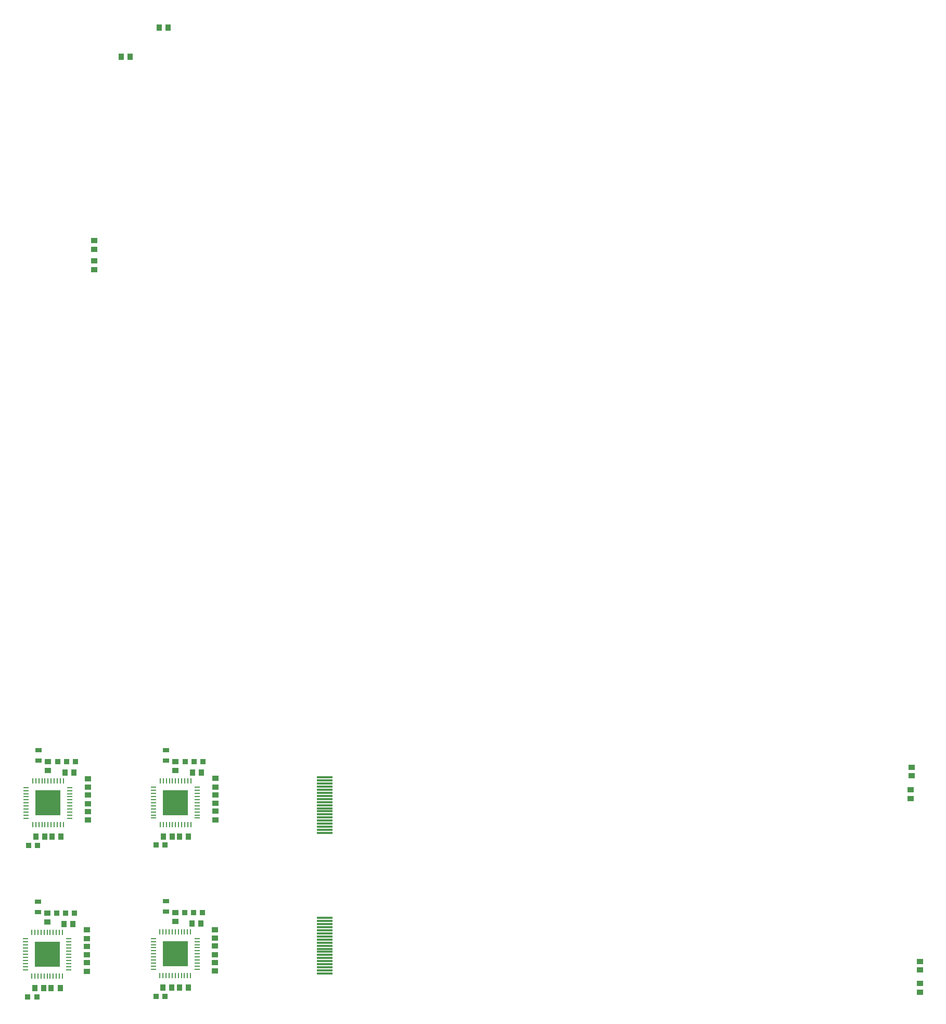
<source format=gtp>
G04*
G04 #@! TF.GenerationSoftware,Altium Limited,Altium Designer,20.0.14 (345)*
G04*
G04 Layer_Color=8421504*
%FSLAX25Y25*%
%MOIN*%
G70*
G01*
G75*
%ADD10R,0.04134X0.02559*%
%ADD11R,0.03543X0.00984*%
%ADD12R,0.00984X0.03543*%
%ADD13R,0.16142X0.16142*%
%ADD14R,0.03740X0.04134*%
%ADD15R,0.04134X0.03740*%
%ADD16R,0.03740X0.03740*%
%ADD17R,0.04134X0.03543*%
%ADD24R,0.10236X0.01181*%
%ADD26R,0.03543X0.04134*%
D10*
X103241Y158231D02*
D03*
Y164924D02*
D03*
X21588Y158122D02*
D03*
Y164815D02*
D03*
X20964Y61203D02*
D03*
Y67896D02*
D03*
X103033Y61456D02*
D03*
Y68148D02*
D03*
D11*
X95265Y121424D02*
D03*
Y123393D02*
D03*
Y125361D02*
D03*
Y127330D02*
D03*
Y129298D02*
D03*
Y131267D02*
D03*
Y133236D02*
D03*
Y135204D02*
D03*
Y137173D02*
D03*
Y139141D02*
D03*
Y141110D02*
D03*
X123217D02*
D03*
Y139141D02*
D03*
Y137173D02*
D03*
Y135204D02*
D03*
Y133236D02*
D03*
Y131267D02*
D03*
Y129298D02*
D03*
Y127330D02*
D03*
Y125361D02*
D03*
Y123393D02*
D03*
Y121424D02*
D03*
X13612Y121314D02*
D03*
Y123283D02*
D03*
Y125251D02*
D03*
Y127220D02*
D03*
Y129188D02*
D03*
Y131157D02*
D03*
Y133126D02*
D03*
Y135094D02*
D03*
Y137063D02*
D03*
Y139031D02*
D03*
Y141000D02*
D03*
X41564D02*
D03*
Y139031D02*
D03*
Y137063D02*
D03*
Y135094D02*
D03*
Y133126D02*
D03*
Y131157D02*
D03*
Y129188D02*
D03*
Y127220D02*
D03*
Y125251D02*
D03*
Y123283D02*
D03*
Y121314D02*
D03*
X12988Y24396D02*
D03*
Y26365D02*
D03*
Y28333D02*
D03*
Y30302D02*
D03*
Y32270D02*
D03*
Y34239D02*
D03*
Y36208D02*
D03*
Y38176D02*
D03*
Y40145D02*
D03*
Y42113D02*
D03*
Y44082D02*
D03*
X40940D02*
D03*
Y42113D02*
D03*
Y40145D02*
D03*
Y38176D02*
D03*
Y36208D02*
D03*
Y34239D02*
D03*
Y32270D02*
D03*
Y30302D02*
D03*
Y28333D02*
D03*
Y26365D02*
D03*
Y24396D02*
D03*
X95057Y24648D02*
D03*
Y26617D02*
D03*
Y28585D02*
D03*
Y30554D02*
D03*
Y32522D02*
D03*
Y34491D02*
D03*
Y36460D02*
D03*
Y38428D02*
D03*
Y40397D02*
D03*
Y42365D02*
D03*
Y44334D02*
D03*
X123009D02*
D03*
Y42365D02*
D03*
Y40397D02*
D03*
Y38428D02*
D03*
Y36460D02*
D03*
Y34491D02*
D03*
Y32522D02*
D03*
Y30554D02*
D03*
Y28585D02*
D03*
Y26617D02*
D03*
Y24648D02*
D03*
D12*
X99398Y145243D02*
D03*
X101367D02*
D03*
X103335D02*
D03*
X105304D02*
D03*
X107272D02*
D03*
X109241D02*
D03*
X111210D02*
D03*
X113178D02*
D03*
X115147D02*
D03*
X117115D02*
D03*
X119084D02*
D03*
Y117291D02*
D03*
X99398D02*
D03*
X117115D02*
D03*
X115147D02*
D03*
X113178D02*
D03*
X111210D02*
D03*
X109241D02*
D03*
X101367D02*
D03*
X103335D02*
D03*
X105304D02*
D03*
X107272D02*
D03*
X17745Y145133D02*
D03*
X19714D02*
D03*
X21682D02*
D03*
X23651D02*
D03*
X25619D02*
D03*
X27588D02*
D03*
X29557D02*
D03*
X31525D02*
D03*
X33494D02*
D03*
X35462D02*
D03*
X37431D02*
D03*
Y117181D02*
D03*
X17745D02*
D03*
X35462D02*
D03*
X33494D02*
D03*
X31525D02*
D03*
X29557D02*
D03*
X27588D02*
D03*
X19714D02*
D03*
X21682D02*
D03*
X23651D02*
D03*
X25619D02*
D03*
X17121Y48215D02*
D03*
X19090D02*
D03*
X21058D02*
D03*
X23027D02*
D03*
X24995D02*
D03*
X26964D02*
D03*
X28933D02*
D03*
X30901D02*
D03*
X32870D02*
D03*
X34838D02*
D03*
X36807D02*
D03*
Y20263D02*
D03*
X17121D02*
D03*
X34838D02*
D03*
X32870D02*
D03*
X30901D02*
D03*
X28933D02*
D03*
X26964D02*
D03*
X19090D02*
D03*
X21058D02*
D03*
X23027D02*
D03*
X24995D02*
D03*
X99190Y48467D02*
D03*
X101159D02*
D03*
X103127D02*
D03*
X105096D02*
D03*
X107064D02*
D03*
X109033D02*
D03*
X111002D02*
D03*
X112970D02*
D03*
X114939D02*
D03*
X116907D02*
D03*
X118876D02*
D03*
Y20515D02*
D03*
X99190D02*
D03*
X116907D02*
D03*
X114939D02*
D03*
X112970D02*
D03*
X111002D02*
D03*
X109033D02*
D03*
X101159D02*
D03*
X103127D02*
D03*
X105096D02*
D03*
X107064D02*
D03*
D13*
X109241Y131267D02*
D03*
X27588Y131157D02*
D03*
X26964Y34239D02*
D03*
X109033Y34491D02*
D03*
D14*
X101386Y109578D02*
D03*
X107095D02*
D03*
X117595D02*
D03*
X111886D02*
D03*
X120032Y150578D02*
D03*
X125741D02*
D03*
X19734Y109468D02*
D03*
X25442D02*
D03*
X35942D02*
D03*
X30234D02*
D03*
X38379Y150468D02*
D03*
X44088D02*
D03*
X19110Y12550D02*
D03*
X24818D02*
D03*
X35318D02*
D03*
X29610D02*
D03*
X37755Y53550D02*
D03*
X43464D02*
D03*
X101178Y12802D02*
D03*
X106887D02*
D03*
X117387D02*
D03*
X111678D02*
D03*
X119824Y53802D02*
D03*
X125533D02*
D03*
D15*
X109241Y157578D02*
D03*
Y151869D02*
D03*
X27588Y157468D02*
D03*
Y151760D02*
D03*
X26964Y60550D02*
D03*
Y54841D02*
D03*
X109033Y60802D02*
D03*
Y55093D02*
D03*
D16*
X102595Y104078D02*
D03*
X96886D02*
D03*
X126741Y157578D02*
D03*
X121032D02*
D03*
X121028D02*
D03*
X115320D02*
D03*
X20942Y103968D02*
D03*
X15234D02*
D03*
X45088Y157468D02*
D03*
X39379D02*
D03*
X39375D02*
D03*
X33667D02*
D03*
X20318Y7050D02*
D03*
X14610D02*
D03*
X44464Y60550D02*
D03*
X38755D02*
D03*
X38751D02*
D03*
X33043D02*
D03*
X102387Y7302D02*
D03*
X96678D02*
D03*
X126533Y60802D02*
D03*
X120824D02*
D03*
X120820D02*
D03*
X115111D02*
D03*
D17*
X134741Y130822D02*
D03*
Y136334D02*
D03*
Y141322D02*
D03*
Y146834D02*
D03*
Y120322D02*
D03*
Y125834D02*
D03*
X53088Y130712D02*
D03*
Y136224D02*
D03*
Y141212D02*
D03*
Y146724D02*
D03*
Y120212D02*
D03*
Y125724D02*
D03*
X52464Y33794D02*
D03*
Y39306D02*
D03*
Y44294D02*
D03*
Y49806D02*
D03*
Y23294D02*
D03*
Y28806D02*
D03*
X580234Y139438D02*
D03*
Y133927D02*
D03*
X580734Y153938D02*
D03*
Y148427D02*
D03*
X586234Y24171D02*
D03*
Y29682D02*
D03*
Y9927D02*
D03*
Y15438D02*
D03*
X57102Y485719D02*
D03*
Y491231D02*
D03*
Y472719D02*
D03*
Y478231D02*
D03*
X134533Y34046D02*
D03*
Y39558D02*
D03*
Y44546D02*
D03*
Y50058D02*
D03*
Y23546D02*
D03*
Y29058D02*
D03*
D24*
X204809Y57404D02*
D03*
Y55436D02*
D03*
Y53467D02*
D03*
Y51499D02*
D03*
Y49530D02*
D03*
Y47561D02*
D03*
Y45593D02*
D03*
Y43624D02*
D03*
Y41656D02*
D03*
Y39687D02*
D03*
Y37719D02*
D03*
Y35750D02*
D03*
Y33782D02*
D03*
Y31813D02*
D03*
Y29845D02*
D03*
Y27876D02*
D03*
Y25908D02*
D03*
Y23939D02*
D03*
Y21971D02*
D03*
Y147404D02*
D03*
Y145436D02*
D03*
Y143467D02*
D03*
Y141499D02*
D03*
Y139530D02*
D03*
Y137562D02*
D03*
Y135593D02*
D03*
Y133625D02*
D03*
Y131656D02*
D03*
Y129688D02*
D03*
Y127719D02*
D03*
Y125751D02*
D03*
Y123782D02*
D03*
Y121814D02*
D03*
Y119845D02*
D03*
Y117877D02*
D03*
Y115908D02*
D03*
Y113940D02*
D03*
Y111971D02*
D03*
D26*
X80114Y608975D02*
D03*
X74602D02*
D03*
X104358Y627475D02*
D03*
X98847D02*
D03*
M02*

</source>
